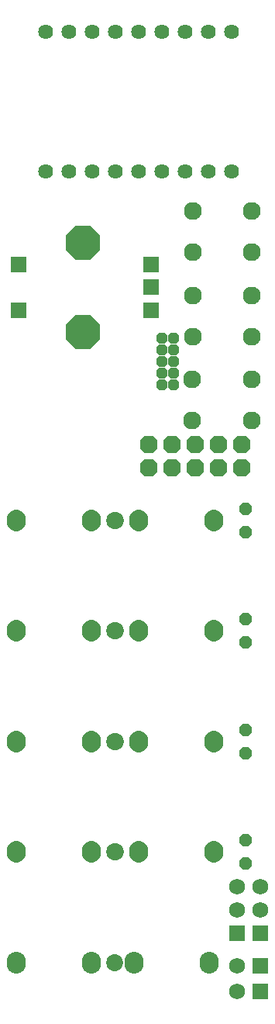
<source format=gbs>
G04 DipTrace 3.3.0.0*
G04 mBrane_02.GBS*
%MOIN*%
G04 #@! TF.FileFunction,Soldermask,Bot*
G04 #@! TF.Part,Single*
%AMOUTLINE40*
4,1,16,
0.0415,0.005451,
0.037483,0.023051,
0.025939,0.037527,
0.009258,0.04556,
-0.009258,0.04556,
-0.025939,0.037527,
-0.037483,0.023051,
-0.0415,0.005451,
-0.0415,-0.005451,
-0.037483,-0.023051,
-0.025939,-0.037527,
-0.009258,-0.04556,
0.009258,-0.04556,
0.025939,-0.037527,
0.037483,-0.023051,
0.0415,-0.005451,
0.0415,0.005451,
0*%
%AMOUTLINE43*
4,1,8,
-0.038184,0.015816,
-0.015816,0.038184,
0.015816,0.038184,
0.038184,0.015816,
0.038184,-0.015816,
0.015816,-0.038184,
-0.015816,-0.038184,
-0.038184,-0.015816,
-0.038184,0.015816,
0*%
%AMOUTLINE46*
4,1,8,
0.010075,0.024325,
0.024325,0.010075,
0.024325,-0.010075,
0.010075,-0.024325,
-0.010075,-0.024325,
-0.024325,-0.010075,
-0.024325,0.010075,
-0.010075,0.024325,
0.010075,0.024325,
0*%
%AMOUTLINE49*
4,1,8,
0.011607,-0.028021,
0.028021,-0.011607,
0.028021,0.011607,
0.011607,0.028021,
-0.011607,0.028021,
-0.028021,0.011607,
-0.028021,-0.011607,
-0.011607,-0.028021,
0.011607,-0.028021,
0*%
%AMOUTLINE61*
4,1,8,
0.030404,-0.0734,
0.0734,-0.030404,
0.0734,0.030404,
0.030404,0.0734,
-0.030404,0.0734,
-0.0734,0.030404,
-0.0734,-0.030404,
-0.030404,-0.0734,
0.030404,-0.0734,
0*%
%ADD57C,0.077*%
%ADD59R,0.06737X0.06737*%
%ADD63C,0.068*%
%ADD64R,0.068X0.068*%
%ADD66O,0.083X0.093*%
%ADD68C,0.073*%
%ADD72C,0.064*%
%ADD122OUTLINE40*%
%ADD125OUTLINE43*%
%ADD128OUTLINE46*%
%ADD131OUTLINE49*%
%ADD143OUTLINE61*%
%FSLAX26Y26*%
G04*
G70*
G90*
G75*
G01*
G04 BotMask*
%LPD*%
D72*
X1381458Y3994001D3*
X1281458D3*
X1181458D3*
X1081458D3*
X981458D3*
X881458D3*
X781458D3*
X681458D3*
X581458D3*
Y4594001D3*
X681458D3*
X781458D3*
X881458D3*
X981458D3*
X1081458D3*
X1181458D3*
X1281458D3*
X1381458D3*
D122*
X780958Y2494001D3*
X455958D3*
D68*
X880958D3*
D122*
X981944Y1068930D3*
X1306944D3*
D68*
X881944D3*
D122*
X780958Y2019001D3*
X455958D3*
D68*
X880958D3*
D122*
X981944Y1543880D3*
X1306944D3*
D68*
X881944D3*
D122*
X780958Y1544001D3*
X455958D3*
D68*
X880958D3*
D122*
X981944Y2018830D3*
X1306944D3*
D68*
X881944D3*
D122*
X780958Y1069001D3*
X455958D3*
D68*
X880958D3*
D122*
X981944Y2493781D3*
X1306944D3*
D68*
X881944D3*
D66*
X780958Y594001D3*
X455958D3*
D68*
X880958D3*
D64*
X1506458Y469001D3*
D63*
X1406458D3*
D64*
X1506458Y581501D3*
D63*
X1406458D3*
D125*
X1425207Y2819001D3*
Y2719001D3*
X1325207Y2819001D3*
Y2719001D3*
X1225207Y2819001D3*
Y2719001D3*
X1125207Y2819001D3*
Y2719001D3*
X1025207Y2819001D3*
Y2719001D3*
D128*
X1131458Y3075250D3*
X1081460D3*
X1131458Y3125250D3*
X1081460D3*
X1131458Y3175250D3*
X1081460D3*
X1131458Y3225250D3*
X1081460D3*
X1131458Y3275250D3*
X1081460D3*
D131*
X1443958Y2544001D3*
Y2444001D3*
Y2069001D3*
Y1969001D3*
Y1594001D3*
Y1494001D3*
Y1119001D3*
Y1019001D3*
D59*
X1037708Y3594001D3*
Y3397151D3*
Y3495576D3*
X466842Y3594001D3*
Y3397151D3*
D143*
X742432Y3688489D3*
Y3302662D3*
D57*
X1468958Y3100250D3*
Y2923085D3*
X1213053D3*
X1213006Y3100668D3*
X1470829Y3460536D3*
Y3283371D3*
X1214923D3*
X1214876Y3460954D3*
X1214923Y3645871D3*
Y3823036D3*
X1470829D3*
X1470876Y3645454D3*
D66*
X1287208Y594001D3*
X962208D3*
D64*
X1406458Y719001D3*
D63*
Y819001D3*
Y919001D3*
D64*
X1506458Y719001D3*
D63*
Y819001D3*
Y919001D3*
M02*

</source>
